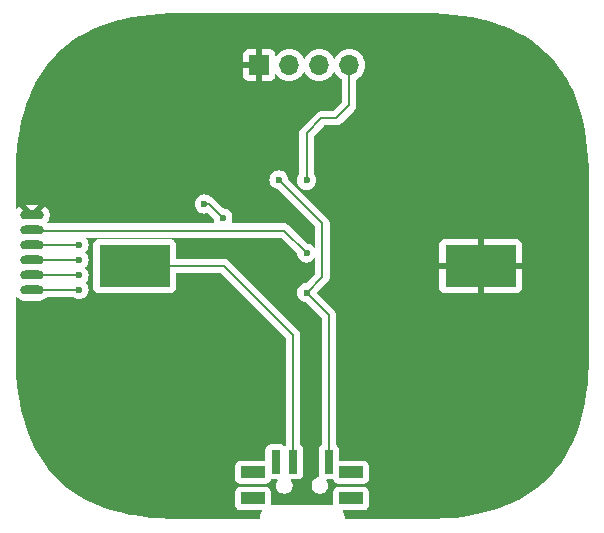
<source format=gbr>
%TF.GenerationSoftware,KiCad,Pcbnew,8.0.3*%
%TF.CreationDate,2024-08-18T16:24:04+10:00*%
%TF.ProjectId,tetris_03,74657472-6973-45f3-9033-2e6b69636164,rev?*%
%TF.SameCoordinates,Original*%
%TF.FileFunction,Copper,L2,Bot*%
%TF.FilePolarity,Positive*%
%FSLAX46Y46*%
G04 Gerber Fmt 4.6, Leading zero omitted, Abs format (unit mm)*
G04 Created by KiCad (PCBNEW 8.0.3) date 2024-08-18 16:24:04*
%MOMM*%
%LPD*%
G01*
G04 APERTURE LIST*
%TA.AperFunction,ComponentPad*%
%ADD10R,1.700000X1.700000*%
%TD*%
%TA.AperFunction,ComponentPad*%
%ADD11O,1.700000X1.700000*%
%TD*%
%TA.AperFunction,TestPad*%
%ADD12O,2.032000X0.762000*%
%TD*%
%TA.AperFunction,SMDPad,CuDef*%
%ADD13R,0.700000X2.000000*%
%TD*%
%TA.AperFunction,SMDPad,CuDef*%
%ADD14R,2.000000X1.000000*%
%TD*%
%TA.AperFunction,SMDPad,CuDef*%
%ADD15R,6.000000X3.600000*%
%TD*%
%TA.AperFunction,ViaPad*%
%ADD16C,0.600000*%
%TD*%
%TA.AperFunction,Conductor*%
%ADD17C,0.200000*%
%TD*%
G04 APERTURE END LIST*
D10*
%TO.P,OLED,1,Pin_1*%
%TO.N,GND*%
X124750000Y-37000000D03*
D11*
%TO.P,OLED,2,Pin_2*%
%TO.N,VCC*%
X127290000Y-37000000D03*
%TO.P,OLED,3,Pin_3*%
%TO.N,Net-(J1-Pin_5)*%
X129830000Y-37000000D03*
%TO.P,OLED,4,Pin_4*%
%TO.N,Net-(J1-Pin_3)*%
X132370000Y-37000000D03*
%TD*%
D12*
%TO.P,J1,1,Pin_1*%
%TO.N,GND*%
X105500000Y-49700000D03*
%TO.P,J1,2,Pin_2*%
%TO.N,Net-(J1-Pin_2)*%
X105500000Y-50970000D03*
%TO.P,J1,3,Pin_3*%
%TO.N,Net-(J1-Pin_3)*%
X105500000Y-52240000D03*
%TO.P,J1,4,Pin_4*%
%TO.N,Net-(J1-Pin_4)*%
X105500000Y-53510000D03*
%TO.P,J1,5,Pin_5*%
%TO.N,Net-(J1-Pin_5)*%
X105500000Y-54780000D03*
%TO.P,J1,6,Pin_6*%
%TO.N,VCC*%
X105500000Y-56050000D03*
%TD*%
D13*
%TO.P,POWER,3,C*%
%TO.N,unconnected-(SW1-C-Pad3)*%
X126125000Y-70570000D03*
%TO.P,POWER,2,B*%
%TO.N,Net-(CR2032-+)*%
X127625000Y-70570000D03*
%TO.P,POWER,1,A*%
%TO.N,VCC*%
X130625000Y-70570000D03*
D14*
%TO.P,POWER,*%
%TO.N,*%
X124225000Y-71470000D03*
X124225000Y-73680000D03*
X132525000Y-71470000D03*
X132525000Y-73680000D03*
%TD*%
D15*
%TO.P,CR2032,1,+*%
%TO.N,Net-(CR2032-+)*%
X114200000Y-54000000D03*
%TO.P,CR2032,2,-*%
%TO.N,GND*%
X143500000Y-54000000D03*
%TD*%
D16*
%TO.N,Net-(J1-Pin_2)*%
X128750000Y-52900000D03*
%TO.N,Net-(J1-Pin_3)*%
X109500000Y-52200000D03*
X128750000Y-46750000D03*
%TO.N,VCC*%
X128750000Y-56250000D03*
X109500000Y-56000000D03*
X126400000Y-46700000D03*
%TO.N,Net-(J1-Pin_5)*%
X109500000Y-54800000D03*
%TO.N,Net-(J1-Pin_4)*%
X109500000Y-53500000D03*
X120100000Y-48750000D03*
X121675000Y-49925000D03*
%TD*%
D17*
%TO.N,Net-(CR2032-+)*%
X114200000Y-54000000D02*
X121750000Y-54000000D01*
X127625000Y-59875000D02*
X127625000Y-70570000D01*
X121750000Y-54000000D02*
X127625000Y-59875000D01*
%TO.N,Net-(J1-Pin_2)*%
X128750000Y-52900000D02*
X126850000Y-51000000D01*
X105530000Y-51000000D02*
X105500000Y-50970000D01*
X126850000Y-51000000D02*
X105530000Y-51000000D01*
%TO.N,Net-(J1-Pin_3)*%
X128750000Y-46750000D02*
X128750000Y-42750000D01*
X131250000Y-41500000D02*
X132370000Y-40380000D01*
X130000000Y-41500000D02*
X131250000Y-41500000D01*
X109460000Y-52240000D02*
X109500000Y-52200000D01*
X105500000Y-52240000D02*
X109460000Y-52240000D01*
X128750000Y-42750000D02*
X130000000Y-41500000D01*
X132370000Y-40380000D02*
X132370000Y-37000000D01*
%TO.N,VCC*%
X130100000Y-54900000D02*
X128750000Y-56250000D01*
X130625000Y-70820000D02*
X130625000Y-58125000D01*
X109450000Y-56050000D02*
X109500000Y-56000000D01*
X105500000Y-56050000D02*
X109450000Y-56050000D01*
X130100000Y-50400000D02*
X130100000Y-54900000D01*
X130625000Y-58125000D02*
X128750000Y-56250000D01*
X126400000Y-46700000D02*
X130100000Y-50400000D01*
%TO.N,Net-(J1-Pin_5)*%
X109480000Y-54780000D02*
X109500000Y-54800000D01*
X105500000Y-54780000D02*
X109480000Y-54780000D01*
%TO.N,Net-(J1-Pin_4)*%
X120500000Y-48750000D02*
X121675000Y-49925000D01*
X120100000Y-48750000D02*
X120500000Y-48750000D01*
X109490000Y-53510000D02*
X109500000Y-53500000D01*
X105500000Y-53510000D02*
X109490000Y-53510000D01*
%TD*%
%TA.AperFunction,Conductor*%
%TO.N,GND*%
G36*
X138667647Y-32599412D02*
G01*
X139544556Y-32613271D01*
X139546135Y-32613323D01*
X140389316Y-32654621D01*
X140390972Y-32654731D01*
X141204651Y-32723422D01*
X141206455Y-32723608D01*
X141990568Y-32819557D01*
X141992500Y-32819832D01*
X142747087Y-32942897D01*
X142749096Y-32943268D01*
X143474263Y-33093302D01*
X143476385Y-33093791D01*
X144172059Y-33270603D01*
X144172087Y-33270610D01*
X144174322Y-33271234D01*
X144840761Y-33474689D01*
X144843032Y-33475445D01*
X145369812Y-33665495D01*
X145480321Y-33705364D01*
X145482713Y-33706298D01*
X146091080Y-33962546D01*
X146093522Y-33963655D01*
X146673186Y-34246101D01*
X146675656Y-34247393D01*
X147226927Y-34555965D01*
X147229398Y-34557444D01*
X147752672Y-34892163D01*
X147755109Y-34893828D01*
X148250718Y-35254729D01*
X148253066Y-35256552D01*
X148425773Y-35399348D01*
X148721369Y-35643750D01*
X148723651Y-35645760D01*
X149060509Y-35961505D01*
X149164988Y-36059436D01*
X149167152Y-36061595D01*
X149579954Y-36500000D01*
X149581866Y-36502030D01*
X149583884Y-36504311D01*
X149972252Y-36971829D01*
X149974102Y-36974201D01*
X150336319Y-37469145D01*
X150337989Y-37471577D01*
X150470640Y-37677828D01*
X150673611Y-37993415D01*
X150674186Y-37994308D01*
X150675665Y-37996764D01*
X150699166Y-38038493D01*
X150985899Y-38547639D01*
X150987194Y-38550099D01*
X151271454Y-39129446D01*
X151272566Y-39131878D01*
X151530782Y-39739971D01*
X151531721Y-39742352D01*
X151763797Y-40379468D01*
X151764574Y-40381779D01*
X151970375Y-41048108D01*
X151971005Y-41050335D01*
X152150355Y-41745962D01*
X152150854Y-41748093D01*
X152303621Y-42473200D01*
X152304005Y-42475231D01*
X152430025Y-43229870D01*
X152430307Y-43231796D01*
X152529426Y-44015917D01*
X152529622Y-44017738D01*
X152601713Y-44831446D01*
X152601835Y-44833162D01*
X152646773Y-45676405D01*
X152646832Y-45678020D01*
X152664574Y-46553715D01*
X152664584Y-46554708D01*
X152664584Y-61475168D01*
X152664578Y-61475949D01*
X152650598Y-62352735D01*
X152650544Y-62354371D01*
X152608910Y-63197329D01*
X152608794Y-63199067D01*
X152539566Y-64012556D01*
X152539374Y-64014397D01*
X152442713Y-64798334D01*
X152442433Y-64800281D01*
X152318509Y-65554664D01*
X152318127Y-65556714D01*
X152167117Y-66281592D01*
X152166618Y-66283743D01*
X151988709Y-66979184D01*
X151988078Y-66981428D01*
X151783464Y-67647526D01*
X151782685Y-67649854D01*
X151551526Y-68286824D01*
X151550584Y-68289219D01*
X151293083Y-68897154D01*
X151291968Y-68899599D01*
X151008233Y-69478820D01*
X151006934Y-69481290D01*
X150697077Y-70032046D01*
X150695591Y-70034515D01*
X150359630Y-70557174D01*
X150357957Y-70559612D01*
X149995872Y-71054507D01*
X149994019Y-71056883D01*
X149605708Y-71524376D01*
X149603689Y-71526658D01*
X149188977Y-71967097D01*
X149186813Y-71969256D01*
X148745486Y-72382927D01*
X148743201Y-72384939D01*
X148274936Y-72772137D01*
X148272559Y-72773983D01*
X147777048Y-73134882D01*
X147774611Y-73136547D01*
X147251512Y-73471275D01*
X147249045Y-73472754D01*
X146698014Y-73781366D01*
X146695547Y-73782656D01*
X146116328Y-74065110D01*
X146113889Y-74066218D01*
X145506198Y-74322454D01*
X145503809Y-74323389D01*
X144867392Y-74553307D01*
X144865072Y-74554080D01*
X144199794Y-74757518D01*
X144197558Y-74758144D01*
X143503325Y-74934943D01*
X143501182Y-74935438D01*
X142777830Y-75085452D01*
X142775788Y-75085831D01*
X142023320Y-75208884D01*
X142021382Y-75209161D01*
X141239838Y-75305092D01*
X141238004Y-75305282D01*
X140427333Y-75373958D01*
X140425603Y-75374074D01*
X139585890Y-75415362D01*
X139584262Y-75415415D01*
X138711283Y-75429274D01*
X138710505Y-75429280D01*
X132085546Y-75429280D01*
X132084397Y-75429266D01*
X132083256Y-75429239D01*
X132071381Y-75428960D01*
X132069060Y-75428851D01*
X132063178Y-75428433D01*
X132060861Y-75428213D01*
X132055684Y-75427597D01*
X132053348Y-75427262D01*
X132050743Y-75426824D01*
X132048757Y-75426489D01*
X132046416Y-75426037D01*
X132042412Y-75425161D01*
X132040109Y-75424598D01*
X132036584Y-75423646D01*
X132034275Y-75422961D01*
X132031234Y-75421977D01*
X132028956Y-75421178D01*
X132028940Y-75421172D01*
X132026284Y-75420165D01*
X132024049Y-75419254D01*
X132021758Y-75418254D01*
X132019560Y-75417229D01*
X132017543Y-75416227D01*
X132015396Y-75415094D01*
X132015273Y-75415025D01*
X132013622Y-75414100D01*
X132011523Y-75412853D01*
X132009972Y-75411879D01*
X132007982Y-75410559D01*
X132006571Y-75409573D01*
X132004591Y-75408113D01*
X132003354Y-75407152D01*
X132001506Y-75405641D01*
X132000331Y-75404631D01*
X131998486Y-75402961D01*
X131997444Y-75401969D01*
X131995730Y-75400255D01*
X131994712Y-75399185D01*
X131993091Y-75397395D01*
X131992096Y-75396238D01*
X131990551Y-75394348D01*
X131989571Y-75393086D01*
X131988130Y-75391132D01*
X131987157Y-75389742D01*
X131985815Y-75387716D01*
X131984852Y-75386181D01*
X131983629Y-75384122D01*
X131982625Y-75382333D01*
X131981482Y-75380170D01*
X131980472Y-75378138D01*
X131979464Y-75375977D01*
X131978430Y-75373606D01*
X131977527Y-75371389D01*
X131976534Y-75368767D01*
X131975739Y-75366501D01*
X131974738Y-75363408D01*
X131974060Y-75361126D01*
X131973104Y-75357590D01*
X131972549Y-75355314D01*
X131971665Y-75351270D01*
X131971221Y-75348968D01*
X131970447Y-75344373D01*
X131970114Y-75342058D01*
X131969494Y-75336851D01*
X131970042Y-75321762D01*
X131970237Y-75320754D01*
X131971073Y-75316432D01*
X131968322Y-75277646D01*
X131968702Y-75267185D01*
X131969681Y-75260401D01*
X131969681Y-75260399D01*
X131966867Y-75236783D01*
X131966537Y-75232141D01*
X131966482Y-75229780D01*
X131965983Y-75208499D01*
X131965981Y-75208495D01*
X131965956Y-75207392D01*
X131965762Y-75205359D01*
X131965660Y-75204756D01*
X131965661Y-75204753D01*
X131961713Y-75181296D01*
X131961158Y-75176630D01*
X131959405Y-75151896D01*
X131959169Y-75150253D01*
X131959018Y-75149562D01*
X131953937Y-75126316D01*
X131953154Y-75121662D01*
X131950217Y-75097005D01*
X131949980Y-75095777D01*
X131943572Y-75072063D01*
X131942554Y-75067410D01*
X131942548Y-75067372D01*
X131938623Y-75044042D01*
X131938622Y-75044039D01*
X131938419Y-75042833D01*
X131938197Y-75041925D01*
X131930602Y-75018456D01*
X131929355Y-75013848D01*
X131924297Y-74990702D01*
X131924296Y-74990700D01*
X131924023Y-74989450D01*
X131923882Y-74988976D01*
X131923498Y-74987965D01*
X131915106Y-74965815D01*
X131913634Y-74961270D01*
X131907437Y-74938330D01*
X131907094Y-74937060D01*
X131907040Y-74936908D01*
X131906608Y-74935919D01*
X131906608Y-74935917D01*
X131897073Y-74914076D01*
X131895371Y-74909586D01*
X131888056Y-74886976D01*
X131888055Y-74886974D01*
X131887659Y-74885750D01*
X131887191Y-74884808D01*
X131887191Y-74884807D01*
X131876588Y-74863469D01*
X131874655Y-74859040D01*
X131866234Y-74836815D01*
X131866234Y-74836814D01*
X131866232Y-74836811D01*
X131865822Y-74835729D01*
X131853686Y-74814073D01*
X131851530Y-74809736D01*
X131841999Y-74787901D01*
X131841997Y-74787898D01*
X131841570Y-74786920D01*
X131828394Y-74765935D01*
X131826011Y-74761684D01*
X131820853Y-74751304D01*
X131818287Y-74713889D01*
X131842929Y-74685618D01*
X131864734Y-74680499D01*
X133572878Y-74680499D01*
X133632478Y-74674092D01*
X133632479Y-74674091D01*
X133632483Y-74674091D01*
X133767331Y-74623796D01*
X133882546Y-74537546D01*
X133968796Y-74422331D01*
X134019091Y-74287483D01*
X134019091Y-74287481D01*
X134019092Y-74287479D01*
X134025499Y-74227879D01*
X134025500Y-74227873D01*
X134025499Y-73132128D01*
X134025499Y-73132127D01*
X134025499Y-73132120D01*
X134019092Y-73072521D01*
X134001942Y-73026539D01*
X133968796Y-72937669D01*
X133882546Y-72822454D01*
X133797402Y-72758715D01*
X133767333Y-72736205D01*
X133767331Y-72736204D01*
X133722381Y-72719439D01*
X133632479Y-72685907D01*
X133572879Y-72679500D01*
X131477120Y-72679500D01*
X131417521Y-72685907D01*
X131282666Y-72736205D01*
X131167454Y-72822454D01*
X131081205Y-72937666D01*
X131030907Y-73072520D01*
X131024500Y-73132120D01*
X131024500Y-74160816D01*
X131010148Y-74195464D01*
X130975500Y-74209816D01*
X130973740Y-74209784D01*
X130971292Y-74209696D01*
X130967923Y-74209375D01*
X130943170Y-74208793D01*
X130938529Y-74208463D01*
X130914918Y-74205651D01*
X130910497Y-74206289D01*
X130909709Y-74206403D01*
X130902714Y-74206905D01*
X130897929Y-74206905D01*
X130894464Y-74206782D01*
X130886933Y-74206247D01*
X130858902Y-74204260D01*
X130858892Y-74204260D01*
X130852276Y-74205539D01*
X130841835Y-74206416D01*
X130805722Y-74205570D01*
X130802605Y-74205497D01*
X130802604Y-74205497D01*
X130802603Y-74205497D01*
X130802509Y-74205520D01*
X130790942Y-74206905D01*
X125989383Y-74206905D01*
X125977816Y-74205520D01*
X125977721Y-74205497D01*
X125977720Y-74205497D01*
X125976739Y-74205520D01*
X125938489Y-74206416D01*
X125928047Y-74205539D01*
X125921430Y-74204260D01*
X125921422Y-74204260D01*
X125893390Y-74206247D01*
X125885859Y-74206782D01*
X125882395Y-74206905D01*
X125877610Y-74206905D01*
X125870614Y-74206403D01*
X125869510Y-74206244D01*
X125865404Y-74205651D01*
X125841793Y-74208463D01*
X125837152Y-74208793D01*
X125812415Y-74209374D01*
X125810297Y-74209576D01*
X125786275Y-74213618D01*
X125781617Y-74214174D01*
X125778957Y-74214362D01*
X125777969Y-74214432D01*
X125742392Y-74202572D01*
X125725622Y-74169027D01*
X125725499Y-74165556D01*
X125725499Y-73132120D01*
X125719092Y-73072521D01*
X125701942Y-73026539D01*
X125668796Y-72937669D01*
X125582546Y-72822454D01*
X125497402Y-72758715D01*
X125467333Y-72736205D01*
X125467331Y-72736204D01*
X125422381Y-72719439D01*
X125332479Y-72685907D01*
X125272879Y-72679500D01*
X123177120Y-72679500D01*
X123117521Y-72685907D01*
X122982666Y-72736205D01*
X122867454Y-72822454D01*
X122781205Y-72937666D01*
X122730907Y-73072520D01*
X122724500Y-73132120D01*
X122724500Y-74227879D01*
X122730907Y-74287478D01*
X122730909Y-74287483D01*
X122781204Y-74422331D01*
X122867454Y-74537546D01*
X122982669Y-74623796D01*
X123104669Y-74669299D01*
X123117520Y-74674092D01*
X123161177Y-74678785D01*
X123177127Y-74680500D01*
X124915585Y-74680499D01*
X124950233Y-74694851D01*
X124964585Y-74729499D01*
X124959467Y-74751300D01*
X124954297Y-74761706D01*
X124951921Y-74765944D01*
X124938760Y-74786906D01*
X124928808Y-74809703D01*
X124926647Y-74814051D01*
X124914501Y-74835723D01*
X124905661Y-74859055D01*
X124903723Y-74863492D01*
X124892650Y-74885780D01*
X124884951Y-74909573D01*
X124883243Y-74914078D01*
X124873921Y-74935438D01*
X124873313Y-74936831D01*
X124873225Y-74937080D01*
X124866701Y-74961219D01*
X124865221Y-74965791D01*
X124856451Y-74988941D01*
X124856281Y-74989512D01*
X124850959Y-75013870D01*
X124849710Y-75018491D01*
X124842123Y-75041942D01*
X124841904Y-75042836D01*
X124837775Y-75067372D01*
X124836758Y-75072021D01*
X124830351Y-75095731D01*
X124830098Y-75097038D01*
X124827160Y-75121703D01*
X124826375Y-75126365D01*
X124821157Y-75150249D01*
X124820914Y-75151935D01*
X124819165Y-75176612D01*
X124818609Y-75181275D01*
X124814569Y-75205288D01*
X124814364Y-75207426D01*
X124813783Y-75232160D01*
X124813453Y-75236801D01*
X124810641Y-75260414D01*
X124811620Y-75267204D01*
X124811998Y-75277658D01*
X124809250Y-75316430D01*
X124809250Y-75316432D01*
X124810280Y-75321758D01*
X124810826Y-75336862D01*
X124810209Y-75342037D01*
X124809875Y-75344367D01*
X124809105Y-75348943D01*
X124808655Y-75351272D01*
X124807779Y-75355281D01*
X124807210Y-75357608D01*
X124806259Y-75361126D01*
X124805576Y-75363427D01*
X124804586Y-75366486D01*
X124803794Y-75368744D01*
X124802794Y-75371386D01*
X124801875Y-75373643D01*
X124800864Y-75375959D01*
X124799831Y-75378173D01*
X124798838Y-75380170D01*
X124797715Y-75382297D01*
X124796722Y-75384070D01*
X124795461Y-75386194D01*
X124794501Y-75387722D01*
X124793160Y-75389742D01*
X124792182Y-75391140D01*
X124790737Y-75393100D01*
X124789779Y-75394334D01*
X124788215Y-75396248D01*
X124787240Y-75397381D01*
X124785598Y-75399195D01*
X124784598Y-75400246D01*
X124782870Y-75401974D01*
X124781805Y-75402987D01*
X124779992Y-75404627D01*
X124778839Y-75405619D01*
X124776962Y-75407155D01*
X124775752Y-75408096D01*
X124773732Y-75409585D01*
X124772342Y-75410556D01*
X124770347Y-75411879D01*
X124768795Y-75412854D01*
X124766673Y-75414114D01*
X124764925Y-75415093D01*
X124762789Y-75416220D01*
X124760785Y-75417216D01*
X124758580Y-75418245D01*
X124756257Y-75419259D01*
X124754026Y-75420168D01*
X124751378Y-75421172D01*
X124749090Y-75421976D01*
X124746027Y-75422967D01*
X124743718Y-75423651D01*
X124740204Y-75424600D01*
X124737892Y-75425165D01*
X124733916Y-75426034D01*
X124731588Y-75426484D01*
X124726973Y-75427261D01*
X124724633Y-75427597D01*
X124719461Y-75428213D01*
X124717132Y-75428434D01*
X124711252Y-75428851D01*
X124708938Y-75428960D01*
X124697067Y-75429239D01*
X124695925Y-75429266D01*
X124694777Y-75429280D01*
X118069851Y-75429280D01*
X118069070Y-75429274D01*
X117192283Y-75415294D01*
X117190647Y-75415240D01*
X116347694Y-75373606D01*
X116345956Y-75373490D01*
X115532464Y-75304261D01*
X115530623Y-75304069D01*
X114746701Y-75207410D01*
X114744754Y-75207130D01*
X114074560Y-75097038D01*
X113990351Y-75083205D01*
X113988314Y-75082825D01*
X113802076Y-75044027D01*
X113263428Y-74931812D01*
X113261277Y-74931313D01*
X112565833Y-74753404D01*
X112563589Y-74752773D01*
X111897489Y-74548158D01*
X111895161Y-74547379D01*
X111258203Y-74316226D01*
X111255808Y-74315284D01*
X110647878Y-74057786D01*
X110645433Y-74056671D01*
X110086056Y-73782656D01*
X110066191Y-73772925D01*
X110063725Y-73771628D01*
X109512972Y-73461773D01*
X109510503Y-73460287D01*
X108987838Y-73124321D01*
X108985400Y-73122648D01*
X108916881Y-73072517D01*
X108508848Y-72773983D01*
X108490513Y-72760568D01*
X108488137Y-72758715D01*
X108133436Y-72464092D01*
X108020642Y-72370403D01*
X108018367Y-72368390D01*
X107577920Y-71953671D01*
X107575761Y-71951507D01*
X107162093Y-71510184D01*
X107160080Y-71507899D01*
X106887398Y-71178124D01*
X106772869Y-71039616D01*
X106771028Y-71037244D01*
X106410136Y-70541743D01*
X106408471Y-70539306D01*
X106073743Y-70016208D01*
X106072264Y-70013741D01*
X105796930Y-69522128D01*
X105763643Y-69462692D01*
X105762371Y-69460261D01*
X105488382Y-68898402D01*
X105479908Y-68881024D01*
X105478800Y-68878585D01*
X105222564Y-68270894D01*
X105221629Y-68268505D01*
X104991704Y-67632066D01*
X104990947Y-67629795D01*
X104787495Y-66964478D01*
X104786872Y-66962251D01*
X104610071Y-66268012D01*
X104609579Y-66265880D01*
X104459568Y-65542532D01*
X104459189Y-65540490D01*
X104336128Y-64787975D01*
X104335862Y-64786119D01*
X104239922Y-64004496D01*
X104239739Y-64002737D01*
X104171057Y-63192010D01*
X104170946Y-63190359D01*
X104129654Y-62350582D01*
X104129602Y-62348959D01*
X104129218Y-62324797D01*
X104115746Y-61475981D01*
X104115740Y-61475203D01*
X104115740Y-56665665D01*
X104130092Y-56631017D01*
X104164740Y-56616665D01*
X104199388Y-56631017D01*
X104303077Y-56734706D01*
X104447453Y-56831175D01*
X104607876Y-56897624D01*
X104778180Y-56931500D01*
X106221820Y-56931500D01*
X106392124Y-56897624D01*
X106552547Y-56831175D01*
X106696923Y-56734706D01*
X106766777Y-56664852D01*
X106801425Y-56650500D01*
X109016538Y-56650500D01*
X109042608Y-56658010D01*
X109150478Y-56725789D01*
X109320745Y-56785368D01*
X109500000Y-56805565D01*
X109679255Y-56785368D01*
X109849522Y-56725789D01*
X109849524Y-56725787D01*
X109849526Y-56725787D01*
X109905596Y-56690555D01*
X110002262Y-56629816D01*
X110129816Y-56502262D01*
X110190555Y-56405596D01*
X110225787Y-56349526D01*
X110225787Y-56349524D01*
X110225789Y-56349522D01*
X110285368Y-56179255D01*
X110305565Y-56000000D01*
X110285368Y-55820745D01*
X110225789Y-55650478D01*
X110225788Y-55650477D01*
X110225787Y-55650473D01*
X110129817Y-55497740D01*
X110129816Y-55497738D01*
X110066726Y-55434648D01*
X110052374Y-55400000D01*
X110066726Y-55365352D01*
X110090155Y-55341923D01*
X110129816Y-55302262D01*
X110205442Y-55181904D01*
X110225787Y-55149526D01*
X110225787Y-55149524D01*
X110225789Y-55149522D01*
X110285368Y-54979255D01*
X110305565Y-54800000D01*
X110285368Y-54620745D01*
X110225789Y-54450478D01*
X110225788Y-54450477D01*
X110225787Y-54450473D01*
X110129817Y-54297740D01*
X110129816Y-54297738D01*
X110016726Y-54184648D01*
X110002374Y-54150000D01*
X110016726Y-54115352D01*
X110060155Y-54071923D01*
X110129816Y-54002262D01*
X110190555Y-53905596D01*
X110225787Y-53849526D01*
X110225787Y-53849524D01*
X110225789Y-53849522D01*
X110285368Y-53679255D01*
X110305565Y-53500000D01*
X110285368Y-53320745D01*
X110225789Y-53150478D01*
X110225788Y-53150477D01*
X110225787Y-53150473D01*
X110129817Y-52997740D01*
X110129816Y-52997738D01*
X110016726Y-52884648D01*
X110002374Y-52850000D01*
X110016726Y-52815352D01*
X110030155Y-52801923D01*
X110129816Y-52702262D01*
X110190555Y-52605596D01*
X110225787Y-52549526D01*
X110225787Y-52549524D01*
X110225789Y-52549522D01*
X110285368Y-52379255D01*
X110305565Y-52200000D01*
X110300170Y-52152120D01*
X110699500Y-52152120D01*
X110699500Y-55847879D01*
X110705907Y-55907478D01*
X110705909Y-55907483D01*
X110756204Y-56042331D01*
X110842454Y-56157546D01*
X110934934Y-56226776D01*
X110957074Y-56243351D01*
X110957669Y-56243796D01*
X111092517Y-56294091D01*
X111092520Y-56294092D01*
X111136177Y-56298785D01*
X111152127Y-56300500D01*
X117247872Y-56300499D01*
X117247878Y-56300499D01*
X117307478Y-56294092D01*
X117307479Y-56294091D01*
X117307483Y-56294091D01*
X117442331Y-56243796D01*
X117557546Y-56157546D01*
X117643796Y-56042331D01*
X117694091Y-55907483D01*
X117694091Y-55907481D01*
X117694092Y-55907479D01*
X117700500Y-55847879D01*
X117700500Y-54649500D01*
X117714852Y-54614852D01*
X117749500Y-54600500D01*
X121480969Y-54600500D01*
X121515617Y-54614852D01*
X127010148Y-60109383D01*
X127024500Y-60144031D01*
X127024500Y-69107791D01*
X127010148Y-69142439D01*
X127004865Y-69147017D01*
X126917455Y-69212452D01*
X126917454Y-69212454D01*
X126914224Y-69216767D01*
X126881972Y-69235902D01*
X126845634Y-69226627D01*
X126835776Y-69216769D01*
X126832546Y-69212454D01*
X126832544Y-69212453D01*
X126832544Y-69212452D01*
X126717333Y-69126205D01*
X126717331Y-69126204D01*
X126667963Y-69107791D01*
X126582479Y-69075907D01*
X126522879Y-69069500D01*
X125727120Y-69069500D01*
X125667521Y-69075907D01*
X125532666Y-69126205D01*
X125417454Y-69212454D01*
X125331205Y-69327666D01*
X125280907Y-69462520D01*
X125274500Y-69522120D01*
X125274500Y-70420500D01*
X125260148Y-70455148D01*
X125225500Y-70469500D01*
X123177120Y-70469500D01*
X123117521Y-70475907D01*
X122982666Y-70526205D01*
X122867454Y-70612454D01*
X122781205Y-70727666D01*
X122730907Y-70862520D01*
X122724500Y-70922120D01*
X122724500Y-72017879D01*
X122730907Y-72077478D01*
X122730909Y-72077483D01*
X122772539Y-72189100D01*
X122781205Y-72212333D01*
X122815627Y-72258314D01*
X122867454Y-72327546D01*
X122982669Y-72413796D01*
X123117517Y-72464091D01*
X123117520Y-72464092D01*
X123161177Y-72468785D01*
X123177127Y-72470500D01*
X125272872Y-72470499D01*
X125272878Y-72470499D01*
X125332478Y-72464092D01*
X125332479Y-72464091D01*
X125332483Y-72464091D01*
X125467331Y-72413796D01*
X125582546Y-72327546D01*
X125668796Y-72212331D01*
X125709807Y-72102373D01*
X125735360Y-72074927D01*
X125755711Y-72070499D01*
X126281281Y-72070499D01*
X126315929Y-72084851D01*
X126330281Y-72119499D01*
X126322023Y-72146722D01*
X126254223Y-72248192D01*
X126201420Y-72375670D01*
X126201417Y-72375681D01*
X126174500Y-72511001D01*
X126174500Y-72648998D01*
X126201417Y-72784318D01*
X126201420Y-72784328D01*
X126254225Y-72911811D01*
X126271501Y-72937666D01*
X126330883Y-73026539D01*
X126428460Y-73124116D01*
X126445875Y-73135752D01*
X126543189Y-73200775D01*
X126670672Y-73253580D01*
X126670678Y-73253581D01*
X126670681Y-73253582D01*
X126806001Y-73280499D01*
X126806007Y-73280500D01*
X126943993Y-73280500D01*
X127079328Y-73253580D01*
X127206811Y-73200775D01*
X127321542Y-73124114D01*
X127419114Y-73026542D01*
X127495775Y-72911811D01*
X127548580Y-72784328D01*
X127575500Y-72648993D01*
X127575500Y-72511007D01*
X127567443Y-72470500D01*
X127548582Y-72375681D01*
X127548579Y-72375670D01*
X127545564Y-72368390D01*
X127495775Y-72248189D01*
X127441737Y-72167316D01*
X127427977Y-72146722D01*
X127420661Y-72109939D01*
X127441496Y-72078757D01*
X127468719Y-72070499D01*
X128022878Y-72070499D01*
X128082478Y-72064092D01*
X128082479Y-72064091D01*
X128082483Y-72064091D01*
X128217331Y-72013796D01*
X128332546Y-71927546D01*
X128418796Y-71812331D01*
X128469091Y-71677483D01*
X128469091Y-71677481D01*
X128469092Y-71677479D01*
X128475499Y-71617879D01*
X128475500Y-71617873D01*
X128475499Y-69522128D01*
X128475499Y-69522127D01*
X128475499Y-69522120D01*
X128469092Y-69462521D01*
X128468715Y-69461509D01*
X128418796Y-69327669D01*
X128408634Y-69314095D01*
X128393571Y-69293973D01*
X128332546Y-69212454D01*
X128291036Y-69181380D01*
X128245135Y-69147017D01*
X128225999Y-69114764D01*
X128225500Y-69107791D01*
X128225500Y-59958014D01*
X128225501Y-59958001D01*
X128225501Y-59795941D01*
X128208203Y-59731390D01*
X128184577Y-59643216D01*
X128184576Y-59643214D01*
X128184576Y-59643213D01*
X128105524Y-59506290D01*
X128105521Y-59506287D01*
X128105520Y-59506284D01*
X122233314Y-53634079D01*
X122233313Y-53634077D01*
X122118718Y-53519482D01*
X122118716Y-53519480D01*
X122118713Y-53519478D01*
X122118709Y-53519475D01*
X122014960Y-53459577D01*
X121981785Y-53440423D01*
X121981784Y-53440422D01*
X121981783Y-53440422D01*
X121981781Y-53440421D01*
X121829060Y-53399499D01*
X121829057Y-53399499D01*
X121670943Y-53399499D01*
X121667946Y-53399499D01*
X121667930Y-53399500D01*
X117749499Y-53399500D01*
X117714851Y-53385148D01*
X117700499Y-53350500D01*
X117700499Y-52152120D01*
X117694092Y-52092521D01*
X117692352Y-52087855D01*
X117643796Y-51957669D01*
X117557546Y-51842454D01*
X117488314Y-51790627D01*
X117442333Y-51756205D01*
X117442331Y-51756204D01*
X117397381Y-51739439D01*
X117307479Y-51705907D01*
X117247879Y-51699500D01*
X111152120Y-51699500D01*
X111092521Y-51705907D01*
X110957666Y-51756205D01*
X110842454Y-51842454D01*
X110756205Y-51957666D01*
X110705907Y-52092520D01*
X110699500Y-52152120D01*
X110300170Y-52152120D01*
X110285368Y-52020745D01*
X110225789Y-51850478D01*
X110225788Y-51850477D01*
X110225787Y-51850473D01*
X110129817Y-51697740D01*
X110129816Y-51697738D01*
X110116226Y-51684148D01*
X110101874Y-51649500D01*
X110116226Y-51614852D01*
X110150874Y-51600500D01*
X126580969Y-51600500D01*
X126615617Y-51614852D01*
X127937855Y-52937091D01*
X127951899Y-52966253D01*
X127964631Y-53079248D01*
X127964633Y-53079258D01*
X128024212Y-53249526D01*
X128120182Y-53402259D01*
X128120184Y-53402262D01*
X128247738Y-53529816D01*
X128247740Y-53529817D01*
X128400473Y-53625787D01*
X128400477Y-53625788D01*
X128400478Y-53625789D01*
X128570745Y-53685368D01*
X128750000Y-53705565D01*
X128929255Y-53685368D01*
X129099522Y-53625789D01*
X129099524Y-53625787D01*
X129099526Y-53625787D01*
X129155596Y-53590555D01*
X129252262Y-53529816D01*
X129379816Y-53402262D01*
X129409011Y-53355798D01*
X129439596Y-53334097D01*
X129476569Y-53340378D01*
X129498271Y-53370964D01*
X129499500Y-53381868D01*
X129499500Y-54630968D01*
X129485148Y-54665616D01*
X128712908Y-55437855D01*
X128683747Y-55451899D01*
X128570750Y-55464631D01*
X128570741Y-55464633D01*
X128400473Y-55524212D01*
X128247740Y-55620182D01*
X128247736Y-55620185D01*
X128120185Y-55747736D01*
X128120182Y-55747740D01*
X128024212Y-55900473D01*
X127964633Y-56070741D01*
X127964631Y-56070750D01*
X127944435Y-56249999D01*
X127964631Y-56429249D01*
X127964633Y-56429258D01*
X128024212Y-56599526D01*
X128103549Y-56725788D01*
X128120184Y-56752262D01*
X128247738Y-56879816D01*
X128247740Y-56879817D01*
X128400473Y-56975787D01*
X128400477Y-56975788D01*
X128400478Y-56975789D01*
X128570745Y-57035368D01*
X128683747Y-57048099D01*
X128712908Y-57062143D01*
X130010148Y-58359383D01*
X130024500Y-58394031D01*
X130024500Y-69107791D01*
X130010148Y-69142439D01*
X130004865Y-69147017D01*
X129917454Y-69212454D01*
X129831205Y-69327666D01*
X129780907Y-69462520D01*
X129774500Y-69522120D01*
X129774500Y-71617879D01*
X129780907Y-71677478D01*
X129780909Y-71677483D01*
X129831204Y-71812331D01*
X129831205Y-71812332D01*
X129832429Y-71815614D01*
X129830554Y-71816313D01*
X129833864Y-71847165D01*
X129810326Y-71876362D01*
X129796412Y-71881408D01*
X129670679Y-71906418D01*
X129670670Y-71906420D01*
X129543192Y-71959223D01*
X129428460Y-72035883D01*
X129330883Y-72133460D01*
X129254223Y-72248192D01*
X129201420Y-72375670D01*
X129201417Y-72375681D01*
X129174500Y-72511001D01*
X129174500Y-72648998D01*
X129201417Y-72784318D01*
X129201420Y-72784328D01*
X129254225Y-72911811D01*
X129271501Y-72937666D01*
X129330883Y-73026539D01*
X129428460Y-73124116D01*
X129445875Y-73135752D01*
X129543189Y-73200775D01*
X129670672Y-73253580D01*
X129670678Y-73253581D01*
X129670681Y-73253582D01*
X129806001Y-73280499D01*
X129806007Y-73280500D01*
X129943993Y-73280500D01*
X130079328Y-73253580D01*
X130206811Y-73200775D01*
X130321542Y-73124114D01*
X130419114Y-73026542D01*
X130495775Y-72911811D01*
X130548580Y-72784328D01*
X130575500Y-72648993D01*
X130575500Y-72511007D01*
X130567443Y-72470500D01*
X130548582Y-72375681D01*
X130548579Y-72375670D01*
X130545564Y-72368390D01*
X130495775Y-72248189D01*
X130441737Y-72167316D01*
X130427977Y-72146722D01*
X130420661Y-72109939D01*
X130441496Y-72078757D01*
X130468719Y-72070499D01*
X130994283Y-72070499D01*
X131028931Y-72084851D01*
X131040192Y-72102374D01*
X131058871Y-72152452D01*
X131081204Y-72212332D01*
X131124329Y-72269938D01*
X131167454Y-72327546D01*
X131282669Y-72413796D01*
X131417517Y-72464091D01*
X131417520Y-72464092D01*
X131461177Y-72468785D01*
X131477127Y-72470500D01*
X133572872Y-72470499D01*
X133572878Y-72470499D01*
X133632478Y-72464092D01*
X133632479Y-72464091D01*
X133632483Y-72464091D01*
X133767331Y-72413796D01*
X133882546Y-72327546D01*
X133968796Y-72212331D01*
X134019091Y-72077483D01*
X134019091Y-72077481D01*
X134019092Y-72077479D01*
X134025499Y-72017879D01*
X134025500Y-72017873D01*
X134025499Y-70922128D01*
X134025499Y-70922127D01*
X134025499Y-70922120D01*
X134019092Y-70862521D01*
X134019091Y-70862517D01*
X133968796Y-70727669D01*
X133882546Y-70612454D01*
X133798861Y-70549807D01*
X133767333Y-70526205D01*
X133767331Y-70526204D01*
X133715204Y-70506762D01*
X133632479Y-70475907D01*
X133572879Y-70469500D01*
X131524499Y-70469500D01*
X131489851Y-70455148D01*
X131475499Y-70420500D01*
X131475499Y-69522120D01*
X131469092Y-69462521D01*
X131468715Y-69461509D01*
X131418796Y-69327669D01*
X131408634Y-69314095D01*
X131393571Y-69293973D01*
X131332546Y-69212454D01*
X131291036Y-69181380D01*
X131245135Y-69147017D01*
X131225999Y-69114764D01*
X131225500Y-69107791D01*
X131225500Y-58045940D01*
X131225499Y-58045939D01*
X131184577Y-57893217D01*
X131184576Y-57893213D01*
X131105524Y-57756290D01*
X131105521Y-57756287D01*
X131105520Y-57756284D01*
X130993716Y-57644480D01*
X130992010Y-57642774D01*
X130991999Y-57642764D01*
X129633882Y-56284647D01*
X129619530Y-56249999D01*
X129633880Y-56215354D01*
X130001400Y-55847834D01*
X140000000Y-55847834D01*
X140006401Y-55907372D01*
X140006401Y-55907373D01*
X140056648Y-56042091D01*
X140142811Y-56157188D01*
X140257908Y-56243351D01*
X140392626Y-56293598D01*
X140452166Y-56300000D01*
X143250000Y-56300000D01*
X143750000Y-56300000D01*
X146547834Y-56300000D01*
X146607372Y-56293598D01*
X146607373Y-56293598D01*
X146742091Y-56243351D01*
X146857188Y-56157188D01*
X146943351Y-56042091D01*
X146993598Y-55907373D01*
X146993598Y-55907372D01*
X147000000Y-55847834D01*
X147000000Y-54250000D01*
X143750000Y-54250000D01*
X143750000Y-56300000D01*
X143250000Y-56300000D01*
X143250000Y-54250000D01*
X140000000Y-54250000D01*
X140000000Y-55847834D01*
X130001400Y-55847834D01*
X130464681Y-55384552D01*
X130464686Y-55384549D01*
X130468714Y-55380520D01*
X130468716Y-55380520D01*
X130580520Y-55268716D01*
X130630638Y-55181906D01*
X130630640Y-55181904D01*
X130659575Y-55131790D01*
X130659577Y-55131784D01*
X130700499Y-54979061D01*
X130700500Y-54979061D01*
X130700500Y-52152165D01*
X140000000Y-52152165D01*
X140000000Y-53750000D01*
X143250000Y-53750000D01*
X143750000Y-53750000D01*
X147000000Y-53750000D01*
X147000000Y-52152165D01*
X146993598Y-52092627D01*
X146993598Y-52092626D01*
X146943351Y-51957908D01*
X146857188Y-51842811D01*
X146742091Y-51756648D01*
X146607373Y-51706401D01*
X146547834Y-51700000D01*
X143750000Y-51700000D01*
X143750000Y-53750000D01*
X143250000Y-53750000D01*
X143250000Y-51700000D01*
X140452166Y-51700000D01*
X140392627Y-51706401D01*
X140392626Y-51706401D01*
X140257908Y-51756648D01*
X140142811Y-51842811D01*
X140056648Y-51957908D01*
X140006401Y-52092626D01*
X140006401Y-52092627D01*
X140000000Y-52152165D01*
X130700500Y-52152165D01*
X130700500Y-50320940D01*
X130700499Y-50320939D01*
X130661247Y-50174448D01*
X130661246Y-50174444D01*
X130661246Y-50174445D01*
X130659577Y-50168216D01*
X130659577Y-50168215D01*
X130630185Y-50117308D01*
X130613553Y-50088500D01*
X130613552Y-50088499D01*
X130580522Y-50031287D01*
X130580517Y-50031281D01*
X130467010Y-49917774D01*
X130466999Y-49917764D01*
X127212143Y-46662908D01*
X127198099Y-46633746D01*
X127195536Y-46610999D01*
X127185368Y-46520745D01*
X127125789Y-46350478D01*
X127125788Y-46350477D01*
X127125787Y-46350473D01*
X127029817Y-46197740D01*
X127029816Y-46197738D01*
X126902262Y-46070184D01*
X126902259Y-46070182D01*
X126749526Y-45974212D01*
X126579258Y-45914633D01*
X126579257Y-45914632D01*
X126579255Y-45914632D01*
X126579251Y-45914631D01*
X126579249Y-45914631D01*
X126400000Y-45894435D01*
X126220750Y-45914631D01*
X126220741Y-45914633D01*
X126050473Y-45974212D01*
X125897740Y-46070182D01*
X125897736Y-46070185D01*
X125770185Y-46197736D01*
X125770182Y-46197740D01*
X125674212Y-46350473D01*
X125614633Y-46520741D01*
X125614631Y-46520750D01*
X125594435Y-46700000D01*
X125614631Y-46879249D01*
X125614633Y-46879258D01*
X125674212Y-47049526D01*
X125770182Y-47202259D01*
X125770184Y-47202262D01*
X125897738Y-47329816D01*
X125897740Y-47329817D01*
X126050473Y-47425787D01*
X126050477Y-47425788D01*
X126050478Y-47425789D01*
X126220745Y-47485368D01*
X126333747Y-47498099D01*
X126362908Y-47512143D01*
X129485148Y-50634383D01*
X129499500Y-50669031D01*
X129499500Y-52418131D01*
X129485148Y-52452779D01*
X129450500Y-52467131D01*
X129415852Y-52452779D01*
X129409011Y-52444201D01*
X129379817Y-52397740D01*
X129379816Y-52397738D01*
X129252262Y-52270184D01*
X129252259Y-52270182D01*
X129099526Y-52174212D01*
X128929258Y-52114633D01*
X128929257Y-52114632D01*
X128929255Y-52114632D01*
X128929250Y-52114631D01*
X128929248Y-52114631D01*
X128816253Y-52101899D01*
X128787091Y-52087855D01*
X127333315Y-50634080D01*
X127333313Y-50634077D01*
X127218718Y-50519482D01*
X127218716Y-50519480D01*
X127218713Y-50519478D01*
X127218709Y-50519475D01*
X127123111Y-50464283D01*
X127081785Y-50440423D01*
X127081784Y-50440422D01*
X127081783Y-50440422D01*
X127081781Y-50440421D01*
X126929060Y-50399499D01*
X126929057Y-50399499D01*
X126770943Y-50399499D01*
X126767946Y-50399499D01*
X126767930Y-50399500D01*
X122410919Y-50399500D01*
X122376271Y-50385148D01*
X122361919Y-50350500D01*
X122369430Y-50324430D01*
X122400787Y-50274526D01*
X122400787Y-50274524D01*
X122400789Y-50274522D01*
X122460368Y-50104255D01*
X122480565Y-49925000D01*
X122460368Y-49745745D01*
X122400789Y-49575478D01*
X122400788Y-49575477D01*
X122400787Y-49575473D01*
X122322432Y-49450775D01*
X122304816Y-49422738D01*
X122177262Y-49295184D01*
X122157380Y-49282691D01*
X122024526Y-49199212D01*
X121854258Y-49139633D01*
X121854257Y-49139632D01*
X121854255Y-49139632D01*
X121854250Y-49139631D01*
X121854248Y-49139631D01*
X121741252Y-49126899D01*
X121712090Y-49112855D01*
X120983315Y-48384080D01*
X120983313Y-48384077D01*
X120868716Y-48269480D01*
X120766935Y-48210717D01*
X120731787Y-48190423D01*
X120731781Y-48190421D01*
X120663483Y-48172121D01*
X120641517Y-48159439D01*
X120602263Y-48120185D01*
X120602259Y-48120182D01*
X120449526Y-48024212D01*
X120279258Y-47964633D01*
X120279257Y-47964632D01*
X120279255Y-47964632D01*
X120279251Y-47964631D01*
X120279249Y-47964631D01*
X120100000Y-47944435D01*
X119920750Y-47964631D01*
X119920741Y-47964633D01*
X119750473Y-48024212D01*
X119597740Y-48120182D01*
X119597736Y-48120185D01*
X119470185Y-48247736D01*
X119470182Y-48247740D01*
X119374212Y-48400473D01*
X119314633Y-48570741D01*
X119314631Y-48570750D01*
X119294435Y-48750000D01*
X119314631Y-48929249D01*
X119314633Y-48929258D01*
X119374212Y-49099526D01*
X119436850Y-49199212D01*
X119470184Y-49252262D01*
X119597738Y-49379816D01*
X119597740Y-49379817D01*
X119750473Y-49475787D01*
X119750477Y-49475788D01*
X119750478Y-49475789D01*
X119920745Y-49535368D01*
X120100000Y-49555565D01*
X120279255Y-49535368D01*
X120366409Y-49504871D01*
X120403850Y-49506973D01*
X120417238Y-49516473D01*
X120862855Y-49962090D01*
X120876899Y-49991252D01*
X120889631Y-50104248D01*
X120889633Y-50104258D01*
X120949212Y-50274526D01*
X120980570Y-50324430D01*
X120986853Y-50361403D01*
X120965151Y-50391989D01*
X120939081Y-50399500D01*
X106831425Y-50399500D01*
X106796777Y-50385148D01*
X106780924Y-50369295D01*
X106766572Y-50334647D01*
X106780924Y-50299999D01*
X106819318Y-50261604D01*
X106915732Y-50117308D01*
X106982142Y-49956981D01*
X106982144Y-49956975D01*
X107016000Y-49786767D01*
X107016000Y-49613232D01*
X106982144Y-49443024D01*
X106982142Y-49443018D01*
X106915732Y-49282691D01*
X106819318Y-49138395D01*
X106696604Y-49015681D01*
X106601449Y-48952101D01*
X105534647Y-50018904D01*
X105499999Y-50033256D01*
X105465351Y-50018904D01*
X104398549Y-48952101D01*
X104303395Y-49015681D01*
X104199388Y-49119689D01*
X104164740Y-49134041D01*
X104130092Y-49119689D01*
X104115740Y-49085041D01*
X104115740Y-48819000D01*
X104972553Y-48819000D01*
X105500000Y-49346447D01*
X106027447Y-48819000D01*
X104972553Y-48819000D01*
X104115740Y-48819000D01*
X104115740Y-46553455D01*
X104115746Y-46552681D01*
X104118941Y-46350478D01*
X104129603Y-45675776D01*
X104129656Y-45674177D01*
X104131202Y-45642612D01*
X104170953Y-44831034D01*
X104171063Y-44829386D01*
X104239755Y-44015712D01*
X104239943Y-44013900D01*
X104245810Y-43965957D01*
X104335891Y-43229837D01*
X104336159Y-43227957D01*
X104459240Y-42473345D01*
X104459599Y-42471406D01*
X104609630Y-41746377D01*
X104610109Y-41744295D01*
X104786943Y-41048693D01*
X104787548Y-41046528D01*
X104990998Y-40380325D01*
X104991763Y-40378029D01*
X105019586Y-40300943D01*
X105221675Y-39741038D01*
X105222596Y-39738680D01*
X105478834Y-39130680D01*
X105479919Y-39128292D01*
X105762363Y-38549050D01*
X105763628Y-38546634D01*
X106072190Y-37995888D01*
X106073673Y-37993415D01*
X106096754Y-37957373D01*
X106408348Y-37470802D01*
X106409998Y-37468390D01*
X106770822Y-36973577D01*
X106772643Y-36971235D01*
X107159778Y-36503804D01*
X107161761Y-36501556D01*
X107536892Y-36102165D01*
X123400000Y-36102165D01*
X123400000Y-36750000D01*
X124316988Y-36750000D01*
X124284075Y-36807007D01*
X124250000Y-36934174D01*
X124250000Y-37065826D01*
X124284075Y-37192993D01*
X124316988Y-37250000D01*
X123400000Y-37250000D01*
X123400000Y-37897834D01*
X123406401Y-37957372D01*
X123406401Y-37957373D01*
X123456648Y-38092091D01*
X123542811Y-38207188D01*
X123657908Y-38293351D01*
X123792626Y-38343598D01*
X123852166Y-38350000D01*
X124500000Y-38350000D01*
X124500000Y-37433012D01*
X124557007Y-37465925D01*
X124684174Y-37500000D01*
X124815826Y-37500000D01*
X124942993Y-37465925D01*
X125000000Y-37433012D01*
X125000000Y-38350000D01*
X125647834Y-38350000D01*
X125707372Y-38343598D01*
X125707373Y-38343598D01*
X125842091Y-38293351D01*
X125957188Y-38207188D01*
X126043351Y-38092091D01*
X126093598Y-37957373D01*
X126093598Y-37957372D01*
X126100000Y-37897834D01*
X126100000Y-37810437D01*
X126114352Y-37775789D01*
X126149000Y-37761437D01*
X126183648Y-37775789D01*
X126189133Y-37782325D01*
X126208818Y-37810437D01*
X126251506Y-37871402D01*
X126418597Y-38038493D01*
X126418604Y-38038499D01*
X126612159Y-38174029D01*
X126612171Y-38174036D01*
X126826339Y-38273904D01*
X126826344Y-38273905D01*
X127054583Y-38335061D01*
X127054587Y-38335061D01*
X127054592Y-38335063D01*
X127290000Y-38355659D01*
X127525408Y-38335063D01*
X127525414Y-38335061D01*
X127525416Y-38335061D01*
X127681081Y-38293351D01*
X127753657Y-38273904D01*
X127753660Y-38273904D01*
X127753660Y-38273903D01*
X127753663Y-38273903D01*
X127967830Y-38174035D01*
X127967831Y-38174034D01*
X127967840Y-38174029D01*
X128161395Y-38038499D01*
X128161401Y-38038495D01*
X128328495Y-37871401D01*
X128351165Y-37839024D01*
X128464029Y-37677840D01*
X128464031Y-37677834D01*
X128464035Y-37677830D01*
X128515591Y-37567266D01*
X128543241Y-37541930D01*
X128580708Y-37543566D01*
X128604409Y-37567267D01*
X128655964Y-37677828D01*
X128655970Y-37677840D01*
X128791500Y-37871395D01*
X128791506Y-37871402D01*
X128958597Y-38038493D01*
X128958604Y-38038499D01*
X129152159Y-38174029D01*
X129152171Y-38174036D01*
X129366339Y-38273904D01*
X129366344Y-38273905D01*
X129594583Y-38335061D01*
X129594587Y-38335061D01*
X129594592Y-38335063D01*
X129830000Y-38355659D01*
X130065408Y-38335063D01*
X130065414Y-38335061D01*
X130065416Y-38335061D01*
X130221081Y-38293351D01*
X130293657Y-38273904D01*
X130293660Y-38273904D01*
X130293660Y-38273903D01*
X130293663Y-38273903D01*
X130507830Y-38174035D01*
X130507831Y-38174034D01*
X130507840Y-38174029D01*
X130701395Y-38038499D01*
X130701401Y-38038495D01*
X130868495Y-37871401D01*
X130891165Y-37839024D01*
X131004029Y-37677840D01*
X131004031Y-37677834D01*
X131004035Y-37677830D01*
X131055591Y-37567266D01*
X131083241Y-37541930D01*
X131120708Y-37543566D01*
X131144409Y-37567267D01*
X131195964Y-37677828D01*
X131195970Y-37677840D01*
X131331500Y-37871395D01*
X131331506Y-37871402D01*
X131498597Y-38038493D01*
X131498604Y-38038499D01*
X131692159Y-38174029D01*
X131692167Y-38174033D01*
X131692170Y-38174035D01*
X131741208Y-38196901D01*
X131766545Y-38224550D01*
X131769500Y-38241310D01*
X131769500Y-40110969D01*
X131755148Y-40145617D01*
X131015617Y-40885148D01*
X130980969Y-40899500D01*
X130082070Y-40899500D01*
X130082054Y-40899499D01*
X130079057Y-40899499D01*
X129920943Y-40899499D01*
X129920940Y-40899499D01*
X129768218Y-40940421D01*
X129768216Y-40940422D01*
X129754075Y-40948586D01*
X129734756Y-40959741D01*
X129631290Y-41019475D01*
X129631281Y-41019482D01*
X128269481Y-42381283D01*
X128269480Y-42381283D01*
X128219360Y-42468095D01*
X128190423Y-42518212D01*
X128190421Y-42518218D01*
X128149499Y-42670940D01*
X128149499Y-42833000D01*
X128149500Y-42833013D01*
X128149500Y-46198126D01*
X128135148Y-46232774D01*
X128120185Y-46247736D01*
X128120182Y-46247740D01*
X128024212Y-46400473D01*
X127964633Y-46570741D01*
X127964631Y-46570750D01*
X127944435Y-46750000D01*
X127964631Y-46929249D01*
X127964633Y-46929258D01*
X128024212Y-47099526D01*
X128120182Y-47252259D01*
X128120184Y-47252262D01*
X128247738Y-47379816D01*
X128247740Y-47379817D01*
X128400473Y-47475787D01*
X128400477Y-47475788D01*
X128400478Y-47475789D01*
X128570745Y-47535368D01*
X128750000Y-47555565D01*
X128929255Y-47535368D01*
X129099522Y-47475789D01*
X129099524Y-47475787D01*
X129099526Y-47475787D01*
X129179096Y-47425789D01*
X129252262Y-47379816D01*
X129379816Y-47252262D01*
X129440555Y-47155596D01*
X129475787Y-47099526D01*
X129475787Y-47099524D01*
X129475789Y-47099522D01*
X129535368Y-46929255D01*
X129555565Y-46750000D01*
X129535368Y-46570745D01*
X129475789Y-46400478D01*
X129475788Y-46400477D01*
X129475787Y-46400473D01*
X129379817Y-46247740D01*
X129379816Y-46247738D01*
X129364852Y-46232774D01*
X129350500Y-46198126D01*
X129350500Y-43019031D01*
X129364852Y-42984383D01*
X130234383Y-42114852D01*
X130269031Y-42100500D01*
X131167930Y-42100500D01*
X131167946Y-42100501D01*
X131170943Y-42100501D01*
X131329059Y-42100501D01*
X131481781Y-42059578D01*
X131481779Y-42059578D01*
X131481785Y-42059577D01*
X131534016Y-42029421D01*
X131618716Y-41980520D01*
X131730520Y-41868716D01*
X131730520Y-41868714D01*
X131734549Y-41864686D01*
X131734553Y-41864681D01*
X132734681Y-40864553D01*
X132734686Y-40864549D01*
X132738714Y-40860520D01*
X132738716Y-40860520D01*
X132850520Y-40748716D01*
X132909796Y-40646046D01*
X132929577Y-40611785D01*
X132970499Y-40459061D01*
X132970500Y-40459061D01*
X132970500Y-38241310D01*
X132984852Y-38206662D01*
X132998790Y-38196902D01*
X133047830Y-38174035D01*
X133047834Y-38174031D01*
X133047840Y-38174029D01*
X133241395Y-38038499D01*
X133241401Y-38038495D01*
X133408495Y-37871401D01*
X133431165Y-37839024D01*
X133544029Y-37677840D01*
X133544036Y-37677828D01*
X133558467Y-37646880D01*
X133643903Y-37463663D01*
X133705063Y-37235408D01*
X133725659Y-37000000D01*
X133705063Y-36764592D01*
X133701153Y-36750000D01*
X133643905Y-36536344D01*
X133643904Y-36536339D01*
X133544036Y-36322172D01*
X133544028Y-36322160D01*
X133408499Y-36128604D01*
X133408493Y-36128597D01*
X133241402Y-35961506D01*
X133241395Y-35961500D01*
X133047840Y-35825970D01*
X133047828Y-35825963D01*
X132833660Y-35726095D01*
X132833655Y-35726094D01*
X132605416Y-35664938D01*
X132605410Y-35664937D01*
X132370000Y-35644341D01*
X132134589Y-35664937D01*
X132134583Y-35664938D01*
X131906344Y-35726094D01*
X131906339Y-35726095D01*
X131692172Y-35825963D01*
X131692160Y-35825971D01*
X131498604Y-35961500D01*
X131498597Y-35961506D01*
X131331506Y-36128597D01*
X131331500Y-36128604D01*
X131195971Y-36322160D01*
X131195963Y-36322172D01*
X131144409Y-36432732D01*
X131116759Y-36458069D01*
X131079292Y-36456433D01*
X131055591Y-36432732D01*
X131004036Y-36322172D01*
X131004028Y-36322160D01*
X130868499Y-36128604D01*
X130868493Y-36128597D01*
X130701402Y-35961506D01*
X130701395Y-35961500D01*
X130507840Y-35825970D01*
X130507828Y-35825963D01*
X130293660Y-35726095D01*
X130293655Y-35726094D01*
X130065416Y-35664938D01*
X130065410Y-35664937D01*
X129830000Y-35644341D01*
X129594589Y-35664937D01*
X129594583Y-35664938D01*
X129366344Y-35726094D01*
X129366339Y-35726095D01*
X129152172Y-35825963D01*
X129152160Y-35825971D01*
X128958604Y-35961500D01*
X128958597Y-35961506D01*
X128791506Y-36128597D01*
X128791500Y-36128604D01*
X128655971Y-36322160D01*
X128655963Y-36322172D01*
X128604409Y-36432732D01*
X128576759Y-36458069D01*
X128539292Y-36456433D01*
X128515591Y-36432732D01*
X128464036Y-36322172D01*
X128464028Y-36322160D01*
X128328499Y-36128604D01*
X128328493Y-36128597D01*
X128161402Y-35961506D01*
X128161395Y-35961500D01*
X127967840Y-35825970D01*
X127967828Y-35825963D01*
X127753660Y-35726095D01*
X127753655Y-35726094D01*
X127525416Y-35664938D01*
X127525410Y-35664937D01*
X127290000Y-35644341D01*
X127054589Y-35664937D01*
X127054583Y-35664938D01*
X126826344Y-35726094D01*
X126826339Y-35726095D01*
X126612172Y-35825963D01*
X126612160Y-35825971D01*
X126418604Y-35961500D01*
X126418597Y-35961506D01*
X126251506Y-36128597D01*
X126251500Y-36128604D01*
X126189138Y-36217667D01*
X126157509Y-36237818D01*
X126120895Y-36229700D01*
X126100744Y-36198071D01*
X126100000Y-36189562D01*
X126100000Y-36102165D01*
X126093598Y-36042627D01*
X126093598Y-36042626D01*
X126043351Y-35907908D01*
X125957188Y-35792811D01*
X125842091Y-35706648D01*
X125707373Y-35656401D01*
X125647834Y-35650000D01*
X125000000Y-35650000D01*
X125000000Y-36566988D01*
X124942993Y-36534075D01*
X124815826Y-36500000D01*
X124684174Y-36500000D01*
X124557007Y-36534075D01*
X124500000Y-36566988D01*
X124500000Y-35650000D01*
X123852166Y-35650000D01*
X123792627Y-35656401D01*
X123792626Y-35656401D01*
X123657908Y-35706648D01*
X123542811Y-35792811D01*
X123456648Y-35907908D01*
X123406401Y-36042626D01*
X123406401Y-36042627D01*
X123400000Y-36102165D01*
X107536892Y-36102165D01*
X107575381Y-36061187D01*
X107577521Y-36059047D01*
X108017881Y-35645434D01*
X108020128Y-35643451D01*
X108487561Y-35256316D01*
X108489892Y-35254503D01*
X108984752Y-34893645D01*
X108987152Y-34892005D01*
X109509739Y-34557343D01*
X109512213Y-34555861D01*
X109600024Y-34506664D01*
X110062954Y-34247302D01*
X110065370Y-34246037D01*
X110644612Y-33963592D01*
X110647000Y-33962507D01*
X111255012Y-33706263D01*
X111257370Y-33705342D01*
X111894376Y-33475425D01*
X111896656Y-33474666D01*
X112562860Y-33271216D01*
X112565031Y-33270610D01*
X113260627Y-33093777D01*
X113262709Y-33093298D01*
X113987739Y-32943267D01*
X113989678Y-32942908D01*
X114744276Y-32819828D01*
X114746156Y-32819560D01*
X115530248Y-32723608D01*
X115532042Y-32723422D01*
X116345717Y-32654731D01*
X116347365Y-32654621D01*
X117190536Y-32613323D01*
X117192110Y-32613271D01*
X118069020Y-32599412D01*
X118069794Y-32599407D01*
X138666874Y-32599407D01*
X138667647Y-32599412D01*
G37*
%TD.AperFunction*%
%TD*%
M02*

</source>
